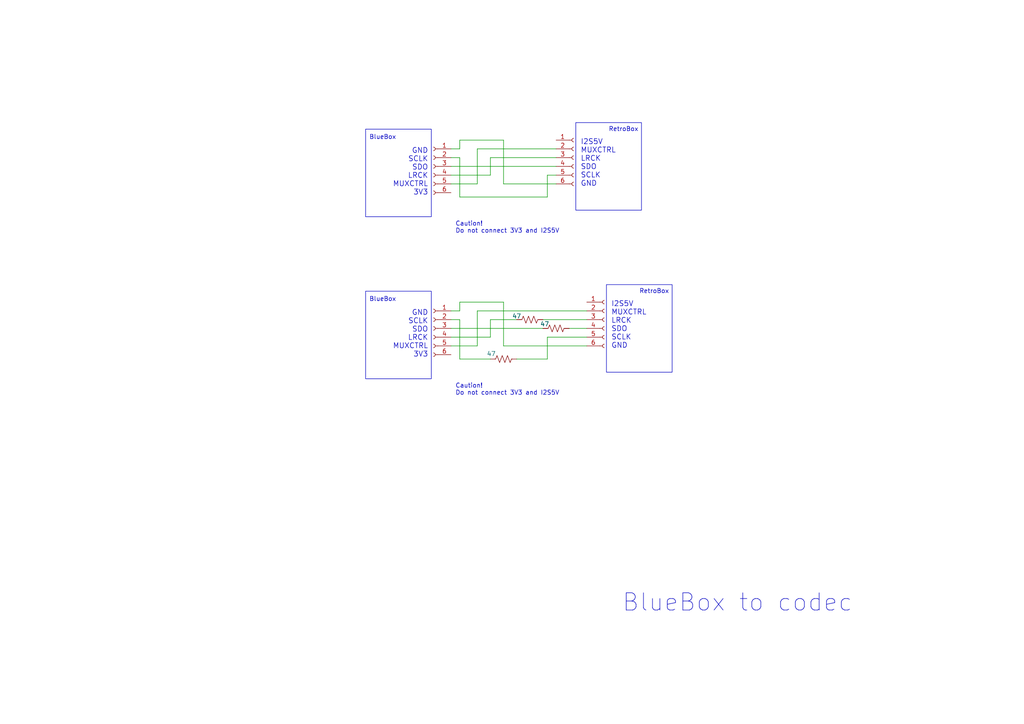
<source format=kicad_sch>
(kicad_sch (version 20250114) (generator "eeschema") (generator_version "9.0")
  (paper "A4")
  (title_block (title "BlueBox2codec") (rev "1.0"))
  (lib_symbols
    (symbol "Connector:Conn_01x06_Socket" (pin_names (offset 1.016) (hide yes))
      (property "Reference" "J" (at 0 7.62 0))
      (property "Value" "Conn_01x06_Socket" (at 0 -10.16 0))
      (symbol "Conn_01x06_Socket_1_1"
        (polyline (pts (xy -1.27 5.08) (xy -0.508 5.08)) (stroke (width 0.1524)))
        (polyline (pts (xy -1.27 2.54) (xy -0.508 2.54)) (stroke (width 0.1524)))
        (polyline (pts (xy -1.27 0) (xy -0.508 0)) (stroke (width 0.1524)))
        (polyline (pts (xy -1.27 -2.54) (xy -0.508 -2.54)) (stroke (width 0.1524)))
        (polyline (pts (xy -1.27 -5.08) (xy -0.508 -5.08)) (stroke (width 0.1524)))
        (polyline (pts (xy -1.27 -7.62) (xy -0.508 -7.62)) (stroke (width 0.1524)))
        (arc (start 0 4.572) (mid -0.5058 5.08) (end 0 5.588) (stroke (width 0.1524)))
        (arc (start 0 2.032) (mid -0.5058 2.54) (end 0 3.048) (stroke (width 0.1524)))
        (arc (start 0 -0.508) (mid -0.5058 0) (end 0 0.508) (stroke (width 0.1524)))
        (arc (start 0 -3.048) (mid -0.5058 -2.54) (end 0 -2.032) (stroke (width 0.1524)))
        (arc (start 0 -5.588) (mid -0.5058 -5.08) (end 0 -4.572) (stroke (width 0.1524)))
        (arc (start 0 -8.128) (mid -0.5058 -7.62) (end 0 -7.112) (stroke (width 0.1524)))
        (pin passive line (at -5.08 5.08 0) (length 3.81) (name "Pin_1") (number "1"))
        (pin passive line (at -5.08 2.54 0) (length 3.81) (name "Pin_2") (number "2"))
        (pin passive line (at -5.08 0 0) (length 3.81) (name "Pin_3") (number "3"))
        (pin passive line (at -5.08 -2.54 0) (length 3.81) (name "Pin_4") (number "4"))
        (pin passive line (at -5.08 -5.08 0) (length 3.81) (name "Pin_5") (number "5"))
        (pin passive line (at -5.08 -7.62 0) (length 3.81) (name "Pin_6") (number "6"))
      )
    )
    (symbol "Device:R_US" (pin_numbers (hide yes)) (pin_names (offset 0))
      (property "Reference" "R" (at 2.54 0 90))
      (property "Value" "R_US" (at -2.54 0 90))
      (symbol "R_US_0_1"
        (polyline (pts (xy 0 2.286) (xy 0 2.54)))
        (polyline (pts (xy 0 2.286) (xy 1.016 1.905) (xy 0 1.524) (xy -1.016 1.143) (xy 0 0.762)))
        (polyline (pts (xy 0 0.762) (xy 1.016 0.381) (xy 0 0) (xy -1.016 -0.381) (xy 0 -0.762)))
        (polyline (pts (xy 0 -0.762) (xy 1.016 -1.143) (xy 0 -1.524) (xy -1.016 -1.905) (xy 0 -2.286)))
        (polyline (pts (xy 0 -2.286) (xy 0 -2.54)))
      )
      (symbol "R_US_1_1"
        (pin passive line (at 0 3.81 270) (length 1.27) (name "~") (number "1"))
        (pin passive line (at 0 -3.81 90) (length 1.27) (name "~") (number "2"))
      )
    )
  )
  (rectangle (start 106.045 37.465) (end 125.095 62.865))
  (rectangle (start 106.045 84.455) (end 125.095 109.855))
  (rectangle (start 167.005 35.56) (end 186.055 60.96))
  (rectangle (start 175.895 82.55) (end 194.945 107.95))
  (text "GND\nSCLK\nSDO\nLRCK\nMUXCTRL\n3V3" (at 124.206 42.926 0) (effects (font (size 1.5 1.5)) (justify right top)))
  (text "RetroBox" (at 180.848 37.592 0) (effects (font (size 1.27 1.27))))
  (text "I2S5V\nMUXCTRL\nLRCK\nSDO\nSCLK\nGND" (at 168.402 40.386 0) (effects (font (size 1.5 1.5)) (justify left top)))
  (text "BlueBox" (at 110.998 86.868 0) (effects (font (size 1.27 1.27))))
  (text "Caution!\nDo not connect 3V3 and I2S5V\n" (at 132.08 113.03 0) (effects (font (size 1.27 1.27)) (justify left)))
  (text "BlueBox to codec" (at 180.34 177.8 0) (effects (font (size 5 5)) (justify left bottom)))
  (text "GND\nSCLK\nSDO\nLRCK\nMUXCTRL\n3V3" (at 124.206 89.916 0) (effects (font (size 1.5 1.5)) (justify right top)))
  (text "BlueBox" (at 110.998 39.878 0) (effects (font (size 1.27 1.27))))
  (text "RetroBox" (at 189.738 84.582 0) (effects (font (size 1.27 1.27))))
  (text "Caution!\nDo not connect 3V3 and I2S5V\n" (at 132.08 66.04 0) (effects (font (size 1.27 1.27)) (justify left)))
  (text "I2S5V\nMUXCTRL\nLRCK\nSDO\nSCLK\nGND" (at 177.292 87.376 0) (effects (font (size 1.5 1.5)) (justify left top)))
  (wire (pts (xy 170.18 100.33) (xy 146.05 100.33)))
  (wire (pts (xy 146.05 40.64) (xy 133.35 40.64)))
  (wire (pts (xy 130.81 48.26) (xy 161.29 48.26)))
  (wire (pts (xy 138.43 53.34) (xy 130.81 53.34)))
  (wire (pts (xy 165.1 95.25) (xy 170.18 95.25)))
  (wire (pts (xy 142.24 92.71) (xy 142.24 97.79)))
  (wire (pts (xy 142.24 92.71) (xy 149.86 92.71)))
  (wire (pts (xy 138.43 43.18) (xy 138.43 53.34)))
  (wire (pts (xy 133.35 40.64) (xy 133.35 43.18)))
  (wire (pts (xy 130.81 43.18) (xy 133.35 43.18)))
  (wire (pts (xy 161.29 53.34) (xy 146.05 53.34)))
  (wire (pts (xy 133.35 92.71) (xy 133.35 104.14)))
  (wire (pts (xy 133.35 57.15) (xy 158.75 57.15)))
  (wire (pts (xy 130.81 45.72) (xy 133.35 45.72)))
  (wire (pts (xy 157.48 92.71) (xy 170.18 92.71)))
  (wire (pts (xy 158.75 104.14) (xy 158.75 97.79)))
  (wire (pts (xy 142.24 45.72) (xy 142.24 50.8)))
  (wire (pts (xy 130.81 95.25) (xy 157.48 95.25)))
  (wire (pts (xy 158.75 97.79) (xy 170.18 97.79)))
  (wire (pts (xy 133.35 87.63) (xy 133.35 90.17)))
  (wire (pts (xy 133.35 45.72) (xy 133.35 57.15)))
  (wire (pts (xy 158.75 57.15) (xy 158.75 50.8)))
  (wire (pts (xy 170.18 90.17) (xy 138.43 90.17)))
  (wire (pts (xy 130.81 92.71) (xy 133.35 92.71)))
  (wire (pts (xy 146.05 100.33) (xy 146.05 87.63)))
  (wire (pts (xy 133.35 104.14) (xy 142.24 104.14)))
  (wire (pts (xy 142.24 50.8) (xy 130.81 50.8)))
  (wire (pts (xy 130.81 90.17) (xy 133.35 90.17)))
  (wire (pts (xy 142.24 97.79) (xy 130.81 97.79)))
  (wire (pts (xy 161.29 43.18) (xy 138.43 43.18)))
  (wire (pts (xy 161.29 45.72) (xy 142.24 45.72)))
  (wire (pts (xy 149.86 104.14) (xy 158.75 104.14)))
  (wire (pts (xy 158.75 50.8) (xy 161.29 50.8)))
  (wire (pts (xy 138.43 100.33) (xy 130.81 100.33)))
  (wire (pts (xy 138.43 90.17) (xy 138.43 100.33)))
  (wire (pts (xy 146.05 53.34) (xy 146.05 40.64)))
  (wire (pts (xy 146.05 87.63) (xy 133.35 87.63)))
  (symbol (lib_id "Connector:Conn_01x06_Socket") (at 125.73 95.25 0) (mirror y) (unit 1)
    (property "Reference" "J103" (effects (hide yes)))
    (property "Value" "Conn_01x06_Socket" (effects (hide yes)))
    (property "Description" "Generic connector, single row, 01x06, script generated" (effects (hide yes)))
  )
  (symbol (lib_id "Connector:Conn_01x06_Socket") (at 125.73 48.26 0) (mirror y) (unit 1)
    (property "Reference" "J102" (effects (hide yes)))
    (property "Value" "Conn_01x06_Socket" (effects (hide yes)))
    (property "Description" "Generic connector, single row, 01x06, script generated" (effects (hide yes)))
  )
  (symbol (lib_id "Connector:Conn_01x06_Socket") (at 175.26 92.71 0) (unit 1)
    (property "Reference" "J104" (effects (hide yes)))
    (property "Value" "Conn_01x06_Socket" (effects (hide yes)))
    (property "Description" "Generic connector, single row, 01x06, script generated" (effects (hide yes)))
  )
  (symbol (lib_id "Device:R_US") (at 161.29 95.25 90) (unit 1)
    (property "Reference" "R102" (effects (hide yes)))
    (property "Value" "47" (at 157.988 93.98 90))
    (property "Description" "Resistor, US symbol" (effects (hide yes)))
  )
  (symbol (lib_id "Device:R_US") (at 146.05 104.14 90) (unit 1)
    (property "Reference" "R103" (effects (hide yes)))
    (property "Value" "47" (at 142.494 102.616 90))
    (property "Description" "Resistor, US symbol" (effects (hide yes)))
  )
  (symbol (lib_id "Connector:Conn_01x06_Socket") (at 166.37 45.72 0) (unit 1)
    (property "Reference" "J101" (effects (hide yes)))
    (property "Value" "Conn_01x06_Socket" (effects (hide yes)))
    (property "Description" "Generic connector, single row, 01x06, script generated" (effects (hide yes)))
  )
  (symbol (lib_id "Device:R_US") (at 153.67 92.71 90) (unit 1)
    (property "Reference" "R101" (effects (hide yes)))
    (property "Value" "47" (at 149.86 91.694 90))
    (property "Description" "Resistor, US symbol" (effects (hide yes)))
  )
)
</source>
